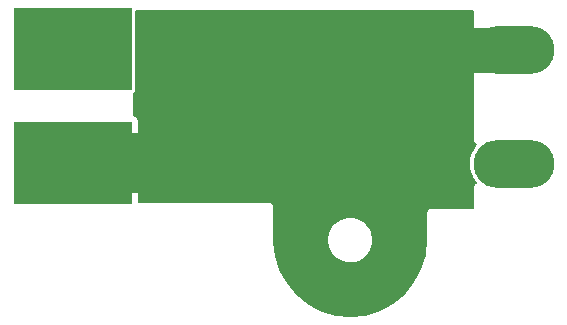
<source format=gtl>
G04 #@! TF.FileFunction,Copper,L1,Top,Signal*
%FSLAX46Y46*%
G04 Gerber Fmt 4.6, Leading zero omitted, Abs format (unit mm)*
G04 Created by KiCad (PCBNEW 4.0.7-e2-6376~58~ubuntu16.04.1) date Mon Nov  6 13:34:28 2017*
%MOMM*%
%LPD*%
G01*
G04 APERTURE LIST*
%ADD10C,0.100000*%
%ADD11R,10.000000X7.000000*%
%ADD12O,6.850000X4.050000*%
%ADD13C,3.810000*%
%ADD14C,5.080000*%
%ADD15C,0.203200*%
G04 APERTURE END LIST*
D10*
D11*
X128130800Y-84683600D03*
X128130800Y-94335600D03*
D12*
X165473000Y-84709000D03*
X165473000Y-94352000D03*
D13*
X165473000Y-84709000D02*
X161417000Y-84709000D01*
D14*
X132130800Y-94335600D02*
X134518400Y-94335600D01*
D15*
G36*
X162002400Y-82681000D02*
X162006348Y-82721268D01*
X162010027Y-82761686D01*
X162010454Y-82763136D01*
X162010601Y-82764637D01*
X162022320Y-82803454D01*
X162033755Y-82842306D01*
X162034453Y-82843641D01*
X162034890Y-82845089D01*
X162053919Y-82880878D01*
X162072689Y-82916781D01*
X162073637Y-82917960D01*
X162074344Y-82919290D01*
X162099911Y-82950638D01*
X162102394Y-82953727D01*
X162102294Y-82953819D01*
X161797742Y-83372010D01*
X161580627Y-83841581D01*
X161499035Y-84147024D01*
X161595483Y-84556600D01*
X162331400Y-84556600D01*
X162331400Y-84861400D01*
X161595483Y-84861400D01*
X161499035Y-85270976D01*
X161580627Y-85576419D01*
X161797742Y-86045990D01*
X162100049Y-86461098D01*
X162077706Y-86487725D01*
X162076978Y-86489049D01*
X162076016Y-86490212D01*
X162056759Y-86525828D01*
X162037220Y-86561369D01*
X162036763Y-86562810D01*
X162036046Y-86564136D01*
X162024071Y-86602821D01*
X162011810Y-86641473D01*
X162011642Y-86642973D01*
X162011195Y-86644416D01*
X162006954Y-86684767D01*
X162002442Y-86724988D01*
X162002422Y-86727882D01*
X162002410Y-86727994D01*
X162002420Y-86728106D01*
X162002400Y-86731000D01*
X162002400Y-92303000D01*
X162002506Y-92304081D01*
X162002410Y-92304994D01*
X162010027Y-92388686D01*
X162033755Y-92469306D01*
X162072689Y-92543781D01*
X162125348Y-92609275D01*
X162189725Y-92663294D01*
X162263369Y-92703780D01*
X162326724Y-92723877D01*
X162081100Y-93020785D01*
X161860120Y-93429480D01*
X161722730Y-93873314D01*
X161674165Y-94335380D01*
X161716274Y-94798080D01*
X161847453Y-95243788D01*
X162062706Y-95655529D01*
X162306346Y-95958556D01*
X162271694Y-95968755D01*
X162270359Y-95969453D01*
X162268911Y-95969890D01*
X162233122Y-95988919D01*
X162197219Y-96007689D01*
X162196040Y-96008637D01*
X162194710Y-96009344D01*
X162163362Y-96034911D01*
X162131725Y-96060348D01*
X162130753Y-96061506D01*
X162129585Y-96062459D01*
X162103787Y-96093643D01*
X162077706Y-96124725D01*
X162076978Y-96126049D01*
X162076016Y-96127212D01*
X162056759Y-96162828D01*
X162037220Y-96198369D01*
X162036763Y-96199810D01*
X162036046Y-96201136D01*
X162024071Y-96239821D01*
X162011810Y-96278473D01*
X162011642Y-96279973D01*
X162011195Y-96281416D01*
X162006954Y-96321767D01*
X162002442Y-96361988D01*
X162002422Y-96364882D01*
X162002410Y-96364994D01*
X162002420Y-96365106D01*
X162002400Y-96368000D01*
X162002400Y-98095400D01*
X158496000Y-98095400D01*
X158455732Y-98099348D01*
X158415314Y-98103027D01*
X158413864Y-98103454D01*
X158412363Y-98103601D01*
X158373546Y-98115320D01*
X158334694Y-98126755D01*
X158333359Y-98127453D01*
X158331911Y-98127890D01*
X158296122Y-98146919D01*
X158260219Y-98165689D01*
X158259040Y-98166637D01*
X158257710Y-98167344D01*
X158226420Y-98192864D01*
X158194725Y-98218348D01*
X158193753Y-98219506D01*
X158192585Y-98220459D01*
X158166787Y-98251643D01*
X158140706Y-98282725D01*
X158139978Y-98284049D01*
X158139016Y-98285212D01*
X158119759Y-98320828D01*
X158100220Y-98356369D01*
X158099763Y-98357810D01*
X158099046Y-98359136D01*
X158087071Y-98397821D01*
X158074810Y-98436473D01*
X158074642Y-98437973D01*
X158074195Y-98439416D01*
X158069954Y-98479767D01*
X158065442Y-98519988D01*
X158065422Y-98522882D01*
X158065410Y-98522994D01*
X158065420Y-98523106D01*
X158065400Y-98526000D01*
X158065400Y-100816939D01*
X157940965Y-102086021D01*
X157578518Y-103286506D01*
X156989798Y-104393726D01*
X156197230Y-105365510D01*
X155231001Y-106164845D01*
X154127917Y-106761279D01*
X152929991Y-107132099D01*
X151682858Y-107263179D01*
X150434013Y-107149525D01*
X149231024Y-106795466D01*
X148119725Y-106214493D01*
X147142428Y-105428726D01*
X146336371Y-104468104D01*
X145732247Y-103369208D01*
X145353074Y-102173900D01*
X145221672Y-101002432D01*
X149679830Y-101002432D01*
X149749061Y-101379644D01*
X149890242Y-101736226D01*
X150097994Y-102058594D01*
X150364404Y-102334470D01*
X150679326Y-102553346D01*
X151030762Y-102706885D01*
X151405329Y-102789239D01*
X151788758Y-102797270D01*
X152166444Y-102730674D01*
X152524002Y-102591986D01*
X152847813Y-102386490D01*
X153125542Y-102122012D01*
X153346611Y-101808626D01*
X153502600Y-101458270D01*
X153587567Y-101084288D01*
X153593684Y-100646244D01*
X153519192Y-100270035D01*
X153373047Y-99915459D01*
X153160814Y-99596023D01*
X152890578Y-99323894D01*
X152572631Y-99109436D01*
X152219085Y-98960819D01*
X151843405Y-98883703D01*
X151459901Y-98881025D01*
X151083182Y-98952889D01*
X150727595Y-99096555D01*
X150406685Y-99306553D01*
X150132675Y-99574882D01*
X149916003Y-99891324D01*
X149764921Y-100243824D01*
X149685184Y-100618957D01*
X149679830Y-101002432D01*
X145221672Y-101002432D01*
X145211101Y-100908190D01*
X145210600Y-100836429D01*
X145210600Y-98026000D01*
X145206652Y-97985732D01*
X145202973Y-97945314D01*
X145202546Y-97943864D01*
X145202399Y-97942363D01*
X145190680Y-97903546D01*
X145179245Y-97864694D01*
X145178547Y-97863359D01*
X145178110Y-97861911D01*
X145159081Y-97826122D01*
X145140311Y-97790219D01*
X145139363Y-97789040D01*
X145138656Y-97787710D01*
X145113089Y-97756362D01*
X145087652Y-97724725D01*
X145086494Y-97723753D01*
X145085541Y-97722585D01*
X145054357Y-97696787D01*
X145023275Y-97670706D01*
X145021951Y-97669978D01*
X145020788Y-97669016D01*
X144985172Y-97649759D01*
X144949631Y-97630220D01*
X144948190Y-97629763D01*
X144946864Y-97629046D01*
X144908179Y-97617071D01*
X144869527Y-97604810D01*
X144868027Y-97604642D01*
X144866584Y-97604195D01*
X144826233Y-97599954D01*
X144786012Y-97595442D01*
X144783118Y-97595422D01*
X144783006Y-97595410D01*
X144782894Y-97595420D01*
X144780000Y-97595400D01*
X133740400Y-97595400D01*
X133740400Y-94640400D01*
X133588000Y-94488000D01*
X129353798Y-94488000D01*
X129364777Y-94367366D01*
X129364504Y-94328339D01*
X129364777Y-94289312D01*
X129364190Y-94283329D01*
X129353666Y-94183200D01*
X133588000Y-94183200D01*
X133740400Y-94030800D01*
X133740400Y-90775560D01*
X133716973Y-90657787D01*
X133671021Y-90546846D01*
X133604307Y-90447003D01*
X133519398Y-90362093D01*
X133419554Y-90295380D01*
X133366600Y-90273446D01*
X133366600Y-88451885D01*
X133367433Y-88451336D01*
X133432654Y-88374812D01*
X133473973Y-88283147D01*
X133488120Y-88183600D01*
X133488120Y-81456600D01*
X162002400Y-81456600D01*
X162002400Y-82681000D01*
X162002400Y-82681000D01*
G37*
X162002400Y-82681000D02*
X162006348Y-82721268D01*
X162010027Y-82761686D01*
X162010454Y-82763136D01*
X162010601Y-82764637D01*
X162022320Y-82803454D01*
X162033755Y-82842306D01*
X162034453Y-82843641D01*
X162034890Y-82845089D01*
X162053919Y-82880878D01*
X162072689Y-82916781D01*
X162073637Y-82917960D01*
X162074344Y-82919290D01*
X162099911Y-82950638D01*
X162102394Y-82953727D01*
X162102294Y-82953819D01*
X161797742Y-83372010D01*
X161580627Y-83841581D01*
X161499035Y-84147024D01*
X161595483Y-84556600D01*
X162331400Y-84556600D01*
X162331400Y-84861400D01*
X161595483Y-84861400D01*
X161499035Y-85270976D01*
X161580627Y-85576419D01*
X161797742Y-86045990D01*
X162100049Y-86461098D01*
X162077706Y-86487725D01*
X162076978Y-86489049D01*
X162076016Y-86490212D01*
X162056759Y-86525828D01*
X162037220Y-86561369D01*
X162036763Y-86562810D01*
X162036046Y-86564136D01*
X162024071Y-86602821D01*
X162011810Y-86641473D01*
X162011642Y-86642973D01*
X162011195Y-86644416D01*
X162006954Y-86684767D01*
X162002442Y-86724988D01*
X162002422Y-86727882D01*
X162002410Y-86727994D01*
X162002420Y-86728106D01*
X162002400Y-86731000D01*
X162002400Y-92303000D01*
X162002506Y-92304081D01*
X162002410Y-92304994D01*
X162010027Y-92388686D01*
X162033755Y-92469306D01*
X162072689Y-92543781D01*
X162125348Y-92609275D01*
X162189725Y-92663294D01*
X162263369Y-92703780D01*
X162326724Y-92723877D01*
X162081100Y-93020785D01*
X161860120Y-93429480D01*
X161722730Y-93873314D01*
X161674165Y-94335380D01*
X161716274Y-94798080D01*
X161847453Y-95243788D01*
X162062706Y-95655529D01*
X162306346Y-95958556D01*
X162271694Y-95968755D01*
X162270359Y-95969453D01*
X162268911Y-95969890D01*
X162233122Y-95988919D01*
X162197219Y-96007689D01*
X162196040Y-96008637D01*
X162194710Y-96009344D01*
X162163362Y-96034911D01*
X162131725Y-96060348D01*
X162130753Y-96061506D01*
X162129585Y-96062459D01*
X162103787Y-96093643D01*
X162077706Y-96124725D01*
X162076978Y-96126049D01*
X162076016Y-96127212D01*
X162056759Y-96162828D01*
X162037220Y-96198369D01*
X162036763Y-96199810D01*
X162036046Y-96201136D01*
X162024071Y-96239821D01*
X162011810Y-96278473D01*
X162011642Y-96279973D01*
X162011195Y-96281416D01*
X162006954Y-96321767D01*
X162002442Y-96361988D01*
X162002422Y-96364882D01*
X162002410Y-96364994D01*
X162002420Y-96365106D01*
X162002400Y-96368000D01*
X162002400Y-98095400D01*
X158496000Y-98095400D01*
X158455732Y-98099348D01*
X158415314Y-98103027D01*
X158413864Y-98103454D01*
X158412363Y-98103601D01*
X158373546Y-98115320D01*
X158334694Y-98126755D01*
X158333359Y-98127453D01*
X158331911Y-98127890D01*
X158296122Y-98146919D01*
X158260219Y-98165689D01*
X158259040Y-98166637D01*
X158257710Y-98167344D01*
X158226420Y-98192864D01*
X158194725Y-98218348D01*
X158193753Y-98219506D01*
X158192585Y-98220459D01*
X158166787Y-98251643D01*
X158140706Y-98282725D01*
X158139978Y-98284049D01*
X158139016Y-98285212D01*
X158119759Y-98320828D01*
X158100220Y-98356369D01*
X158099763Y-98357810D01*
X158099046Y-98359136D01*
X158087071Y-98397821D01*
X158074810Y-98436473D01*
X158074642Y-98437973D01*
X158074195Y-98439416D01*
X158069954Y-98479767D01*
X158065442Y-98519988D01*
X158065422Y-98522882D01*
X158065410Y-98522994D01*
X158065420Y-98523106D01*
X158065400Y-98526000D01*
X158065400Y-100816939D01*
X157940965Y-102086021D01*
X157578518Y-103286506D01*
X156989798Y-104393726D01*
X156197230Y-105365510D01*
X155231001Y-106164845D01*
X154127917Y-106761279D01*
X152929991Y-107132099D01*
X151682858Y-107263179D01*
X150434013Y-107149525D01*
X149231024Y-106795466D01*
X148119725Y-106214493D01*
X147142428Y-105428726D01*
X146336371Y-104468104D01*
X145732247Y-103369208D01*
X145353074Y-102173900D01*
X145221672Y-101002432D01*
X149679830Y-101002432D01*
X149749061Y-101379644D01*
X149890242Y-101736226D01*
X150097994Y-102058594D01*
X150364404Y-102334470D01*
X150679326Y-102553346D01*
X151030762Y-102706885D01*
X151405329Y-102789239D01*
X151788758Y-102797270D01*
X152166444Y-102730674D01*
X152524002Y-102591986D01*
X152847813Y-102386490D01*
X153125542Y-102122012D01*
X153346611Y-101808626D01*
X153502600Y-101458270D01*
X153587567Y-101084288D01*
X153593684Y-100646244D01*
X153519192Y-100270035D01*
X153373047Y-99915459D01*
X153160814Y-99596023D01*
X152890578Y-99323894D01*
X152572631Y-99109436D01*
X152219085Y-98960819D01*
X151843405Y-98883703D01*
X151459901Y-98881025D01*
X151083182Y-98952889D01*
X150727595Y-99096555D01*
X150406685Y-99306553D01*
X150132675Y-99574882D01*
X149916003Y-99891324D01*
X149764921Y-100243824D01*
X149685184Y-100618957D01*
X149679830Y-101002432D01*
X145221672Y-101002432D01*
X145211101Y-100908190D01*
X145210600Y-100836429D01*
X145210600Y-98026000D01*
X145206652Y-97985732D01*
X145202973Y-97945314D01*
X145202546Y-97943864D01*
X145202399Y-97942363D01*
X145190680Y-97903546D01*
X145179245Y-97864694D01*
X145178547Y-97863359D01*
X145178110Y-97861911D01*
X145159081Y-97826122D01*
X145140311Y-97790219D01*
X145139363Y-97789040D01*
X145138656Y-97787710D01*
X145113089Y-97756362D01*
X145087652Y-97724725D01*
X145086494Y-97723753D01*
X145085541Y-97722585D01*
X145054357Y-97696787D01*
X145023275Y-97670706D01*
X145021951Y-97669978D01*
X145020788Y-97669016D01*
X144985172Y-97649759D01*
X144949631Y-97630220D01*
X144948190Y-97629763D01*
X144946864Y-97629046D01*
X144908179Y-97617071D01*
X144869527Y-97604810D01*
X144868027Y-97604642D01*
X144866584Y-97604195D01*
X144826233Y-97599954D01*
X144786012Y-97595442D01*
X144783118Y-97595422D01*
X144783006Y-97595410D01*
X144782894Y-97595420D01*
X144780000Y-97595400D01*
X133740400Y-97595400D01*
X133740400Y-94640400D01*
X133588000Y-94488000D01*
X129353798Y-94488000D01*
X129364777Y-94367366D01*
X129364504Y-94328339D01*
X129364777Y-94289312D01*
X129364190Y-94283329D01*
X129353666Y-94183200D01*
X133588000Y-94183200D01*
X133740400Y-94030800D01*
X133740400Y-90775560D01*
X133716973Y-90657787D01*
X133671021Y-90546846D01*
X133604307Y-90447003D01*
X133519398Y-90362093D01*
X133419554Y-90295380D01*
X133366600Y-90273446D01*
X133366600Y-88451885D01*
X133367433Y-88451336D01*
X133432654Y-88374812D01*
X133473973Y-88283147D01*
X133488120Y-88183600D01*
X133488120Y-81456600D01*
X162002400Y-81456600D01*
X162002400Y-82681000D01*
M02*

</source>
